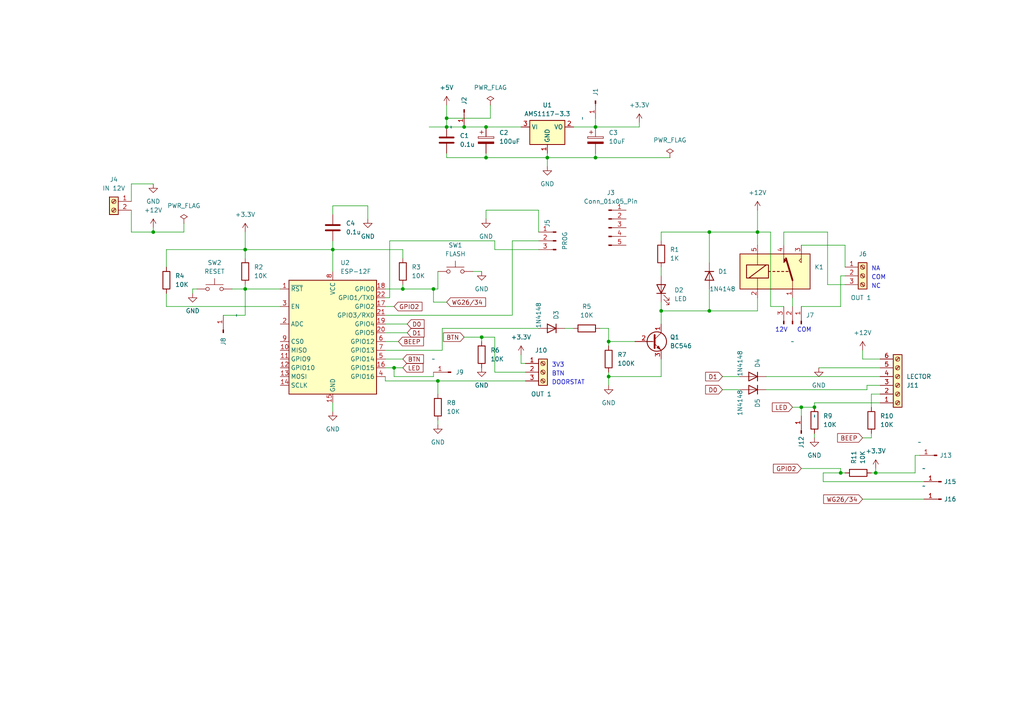
<source format=kicad_sch>
(kicad_sch (version 20230121) (generator eeschema)
  (paper "A4")
  (lib_symbols
    (symbol "Connector:Conn_01x01_Pin" (pin_names (offset 1.016) hide)
      (property "Reference" "J" (at 0 2.54 0))
      (property "Value" "Conn_01x01_Pin" (at 0 -2.54 0))
      (symbol "Conn_01x01_Pin_1_1"
        (polyline (pts (xy 1.27 0) (xy 0.8636 0)) (stroke (width 0.1524)))
        (rectangle (start 0.8636 0.127) (end 0 -0.127) (stroke (width 0.1524)) (fill (type outline)))
        (pin passive line (at 5.08 0 180) (length 3.81) (name "Pin_1") (number "1"))
      )
    )
    (symbol "Connector:Conn_01x03_Pin" (pin_names (offset 1.016) hide)
      (property "Reference" "J" (at 0 5.08 0))
      (property "Value" "Conn_01x03_Pin" (at 0 -5.08 0))
      (symbol "Conn_01x03_Pin_1_1"
        (polyline (pts (xy 1.27 -2.54) (xy 0.8636 -2.54)) (stroke (width 0.1524)))
        (polyline (pts (xy 1.27 0) (xy 0.8636 0)) (stroke (width 0.1524)))
        (polyline (pts (xy 1.27 2.54) (xy 0.8636 2.54)) (stroke (width 0.1524)))
        (rectangle (start 0.8636 -2.413) (end 0 -2.667) (stroke (width 0.1524)) (fill (type outline)))
        (rectangle (start 0.8636 0.127) (end 0 -0.127) (stroke (width 0.1524)) (fill (type outline)))
        (rectangle (start 0.8636 2.667) (end 0 2.413) (stroke (width 0.1524)) (fill (type outline)))
        (pin passive line (at 5.08 2.54 180) (length 3.81) (name "Pin_1") (number "1"))
        (pin passive line (at 5.08 0 180) (length 3.81) (name "Pin_2") (number "2"))
        (pin passive line (at 5.08 -2.54 180) (length 3.81) (name "Pin_3") (number "3"))
      )
    )
    (symbol "Connector:Conn_01x05_Pin" (pin_names (offset 1.016) hide)
      (property "Reference" "J" (at 0 7.62 0))
      (property "Value" "Conn_01x05_Pin" (at 0 -7.62 0))
      (symbol "Conn_01x05_Pin_1_1"
        (polyline (pts (xy 1.27 -5.08) (xy 0.8636 -5.08)) (stroke (width 0.1524)))
        (polyline (pts (xy 1.27 -2.54) (xy 0.8636 -2.54)) (stroke (width 0.1524)))
        (polyline (pts (xy 1.27 0) (xy 0.8636 0)) (stroke (width 0.1524)))
        (polyline (pts (xy 1.27 2.54) (xy 0.8636 2.54)) (stroke (width 0.1524)))
        (polyline (pts (xy 1.27 5.08) (xy 0.8636 5.08)) (stroke (width 0.1524)))
        (rectangle (start 0.8636 -4.953) (end 0 -5.207) (stroke (width 0.1524)) (fill (type outline)))
        (rectangle (start 0.8636 -2.413) (end 0 -2.667) (stroke (width 0.1524)) (fill (type outline)))
        (rectangle (start 0.8636 0.127) (end 0 -0.127) (stroke (width 0.1524)) (fill (type outline)))
        (rectangle (start 0.8636 2.667) (end 0 2.413) (stroke (width 0.1524)) (fill (type outline)))
        (rectangle (start 0.8636 5.207) (end 0 4.953) (stroke (width 0.1524)) (fill (type outline)))
        (pin passive line (at 5.08 5.08 180) (length 3.81) (name "Pin_1") (number "1"))
        (pin passive line (at 5.08 2.54 180) (length 3.81) (name "Pin_2") (number "2"))
        (pin passive line (at 5.08 0 180) (length 3.81) (name "Pin_3") (number "3"))
        (pin passive line (at 5.08 -2.54 180) (length 3.81) (name "Pin_4") (number "4"))
        (pin passive line (at 5.08 -5.08 180) (length 3.81) (name "Pin_5") (number "5"))
      )
    )
    (symbol "Connector:Screw_Terminal_01x02" (pin_names (offset 1.016) hide)
      (property "Reference" "J" (at 0 2.54 0))
      (property "Value" "Screw_Terminal_01x02" (at 0 -5.08 0))
      (symbol "Screw_Terminal_01x02_1_1"
        (rectangle (start -1.27 1.27) (end 1.27 -3.81) (stroke (width 0.254)) (fill (type background)))
        (circle (center 0 -2.54) (radius 0.635) (stroke (width 0.1524)))
        (polyline (pts (xy -0.5334 -2.2098) (xy 0.3302 -3.048)) (stroke (width 0.1524)))
        (polyline (pts (xy -0.5334 0.3302) (xy 0.3302 -0.508)) (stroke (width 0.1524)))
        (polyline (pts (xy -0.3556 -2.032) (xy 0.508 -2.8702)) (stroke (width 0.1524)))
        (polyline (pts (xy -0.3556 0.508) (xy 0.508 -0.3302)) (stroke (width 0.1524)))
        (circle (center 0 0) (radius 0.635) (stroke (width 0.1524)))
        (pin passive line (at -5.08 0 0) (length 3.81) (name "Pin_1") (number "1"))
        (pin passive line (at -5.08 -2.54 0) (length 3.81) (name "Pin_2") (number "2"))
      )
    )
    (symbol "Connector:Screw_Terminal_01x03" (pin_names (offset 1.016) hide)
      (property "Reference" "J" (at 0 5.08 0))
      (property "Value" "Screw_Terminal_01x03" (at 0 -5.08 0))
      (symbol "Screw_Terminal_01x03_1_1"
        (rectangle (start -1.27 3.81) (end 1.27 -3.81) (stroke (width 0.254)) (fill (type background)))
        (circle (center 0 -2.54) (radius 0.635) (stroke (width 0.1524)))
        (polyline (pts (xy -0.5334 -2.2098) (xy 0.3302 -3.048)) (stroke (width 0.1524)))
        (polyline (pts (xy -0.5334 0.3302) (xy 0.3302 -0.508)) (stroke (width 0.1524)))
        (polyline (pts (xy -0.5334 2.8702) (xy 0.3302 2.032)) (stroke (width 0.1524)))
        (polyline (pts (xy -0.3556 -2.032) (xy 0.508 -2.8702)) (stroke (width 0.1524)))
        (polyline (pts (xy -0.3556 0.508) (xy 0.508 -0.3302)) (stroke (width 0.1524)))
        (polyline (pts (xy -0.3556 3.048) (xy 0.508 2.2098)) (stroke (width 0.1524)))
        (circle (center 0 0) (radius 0.635) (stroke (width 0.1524)))
        (circle (center 0 2.54) (radius 0.635) (stroke (width 0.1524)))
        (pin passive line (at -5.08 2.54 0) (length 3.81) (name "Pin_1") (number "1"))
        (pin passive line (at -5.08 0 0) (length 3.81) (name "Pin_2") (number "2"))
        (pin passive line (at -5.08 -2.54 0) (length 3.81) (name "Pin_3") (number "3"))
      )
    )
    (symbol "Connector:Screw_Terminal_01x06" (pin_names (offset 1.016) hide)
      (property "Reference" "J" (at 0 7.62 0))
      (property "Value" "Screw_Terminal_01x06" (at 0 -10.16 0))
      (symbol "Screw_Terminal_01x06_1_1"
        (rectangle (start -1.27 6.35) (end 1.27 -8.89) (stroke (width 0.254)) (fill (type background)))
        (circle (center 0 -7.62) (radius 0.635) (stroke (width 0.1524)))
        (circle (center 0 -5.08) (radius 0.635) (stroke (width 0.1524)))
        (circle (center 0 -2.54) (radius 0.635) (stroke (width 0.1524)))
        (polyline (pts (xy -0.5334 -7.2898) (xy 0.3302 -8.128)) (stroke (width 0.1524)))
        (polyline (pts (xy -0.5334 -4.7498) (xy 0.3302 -5.588)) (stroke (width 0.1524)))
        (polyline (pts (xy -0.5334 -2.2098) (xy 0.3302 -3.048)) (stroke (width 0.1524)))
        (polyline (pts (xy -0.5334 0.3302) (xy 0.3302 -0.508)) (stroke (width 0.1524)))
        (polyline (pts (xy -0.5334 2.8702) (xy 0.3302 2.032)) (stroke (width 0.1524)))
        (polyline (pts (xy -0.5334 5.4102) (xy 0.3302 4.572)) (stroke (width 0.1524)))
        (polyline (pts (xy -0.3556 -7.112) (xy 0.508 -7.9502)) (stroke (width 0.1524)))
        (polyline (pts (xy -0.3556 -4.572) (xy 0.508 -5.4102)) (stroke (width 0.1524)))
        (polyline (pts (xy -0.3556 -2.032) (xy 0.508 -2.8702)) (stroke (width 0.1524)))
        (polyline (pts (xy -0.3556 0.508) (xy 0.508 -0.3302)) (stroke (width 0.1524)))
        (polyline (pts (xy -0.3556 3.048) (xy 0.508 2.2098)) (stroke (width 0.1524)))
        (polyline (pts (xy -0.3556 5.588) (xy 0.508 4.7498)) (stroke (width 0.1524)))
        (circle (center 0 0) (radius 0.635) (stroke (width 0.1524)))
        (circle (center 0 2.54) (radius 0.635) (stroke (width 0.1524)))
        (circle (center 0 5.08) (radius 0.635) (stroke (width 0.1524)))
        (pin passive line (at -5.08 5.08 0) (length 3.81) (name "Pin_1") (number "1"))
        (pin passive line (at -5.08 2.54 0) (length 3.81) (name "Pin_2") (number "2"))
        (pin passive line (at -5.08 0 0) (length 3.81) (name "Pin_3") (number "3"))
        (pin passive line (at -5.08 -2.54 0) (length 3.81) (name "Pin_4") (number "4"))
        (pin passive line (at -5.08 -5.08 0) (length 3.81) (name "Pin_5") (number "5"))
        (pin passive line (at -5.08 -7.62 0) (length 3.81) (name "Pin_6") (number "6"))
      )
    )
    (symbol "Device:C" (pin_numbers hide) (pin_names (offset 0.254))
      (property "Reference" "C" (at 0.635 2.54 0))
      (property "Value" "C" (at 0.635 -2.54 0))
      (symbol "C_0_1"
        (polyline (pts (xy -2.032 -0.762) (xy 2.032 -0.762)) (stroke (width 0.508)))
        (polyline (pts (xy -2.032 0.762) (xy 2.032 0.762)) (stroke (width 0.508)))
      )
      (symbol "C_1_1"
        (pin passive line (at 0 3.81 270) (length 2.794) (name "~") (number "1"))
        (pin passive line (at 0 -3.81 90) (length 2.794) (name "~") (number "2"))
      )
    )
    (symbol "Device:C_Polarized" (pin_numbers hide) (pin_names (offset 0.254))
      (property "Reference" "C" (at 0.635 2.54 0))
      (property "Value" "C_Polarized" (at 0.635 -2.54 0))
      (symbol "C_Polarized_0_1"
        (rectangle (start -2.286 0.508) (end 2.286 1.016))
        (polyline (pts (xy -1.778 2.286) (xy -0.762 2.286)))
        (polyline (pts (xy -1.27 2.794) (xy -1.27 1.778)))
        (rectangle (start 2.286 -0.508) (end -2.286 -1.016) (fill (type outline)))
      )
      (symbol "C_Polarized_1_1"
        (pin passive line (at 0 3.81 270) (length 2.794) (name "~") (number "1"))
        (pin passive line (at 0 -3.81 90) (length 2.794) (name "~") (number "2"))
      )
    )
    (symbol "Device:LED" (pin_numbers hide) (pin_names (offset 1.016) hide)
      (property "Reference" "D" (at 0 2.54 0))
      (property "Value" "LED" (at 0 -2.54 0))
      (symbol "LED_0_1"
        (polyline (pts (xy -1.27 -1.27) (xy -1.27 1.27)) (stroke (width 0.254)))
        (polyline (pts (xy -1.27 0) (xy 1.27 0)))
        (polyline (pts (xy 1.27 -1.27) (xy 1.27 1.27) (xy -1.27 0) (xy 1.27 -1.27)) (stroke (width 0.254)))
        (polyline (pts (xy -3.048 -0.762) (xy -4.572 -2.286) (xy -3.81 -2.286) (xy -4.572 -2.286) (xy -4.572 -1.524)))
        (polyline (pts (xy -1.778 -0.762) (xy -3.302 -2.286) (xy -2.54 -2.286) (xy -3.302 -2.286) (xy -3.302 -1.524)))
      )
      (symbol "LED_1_1"
        (pin passive line (at -3.81 0 0) (length 2.54) (name "K") (number "1"))
        (pin passive line (at 3.81 0 180) (length 2.54) (name "A") (number "2"))
      )
    )
    (symbol "Device:R" (pin_numbers hide) (pin_names (offset 0))
      (property "Reference" "R" (at 2.032 0 90))
      (property "Value" "R" (at 0 0 90))
      (symbol "R_0_1"
        (rectangle (start -1.016 -2.54) (end 1.016 2.54) (stroke (width 0.254)))
      )
      (symbol "R_1_1"
        (pin passive line (at 0 3.81 270) (length 1.27) (name "~") (number "1"))
        (pin passive line (at 0 -3.81 90) (length 1.27) (name "~") (number "2"))
      )
    )
    (symbol "Diode:1N4148" (pin_numbers hide) (pin_names hide)
      (property "Reference" "D" (at 0 2.54 0))
      (property "Value" "1N4148" (at 0 -2.54 0))
      (symbol "1N4148_0_1"
        (polyline (pts (xy -1.27 1.27) (xy -1.27 -1.27)) (stroke (width 0.254)))
        (polyline (pts (xy 1.27 0) (xy -1.27 0)))
        (polyline (pts (xy 1.27 1.27) (xy 1.27 -1.27) (xy -1.27 0) (xy 1.27 1.27)) (stroke (width 0.254)))
      )
      (symbol "1N4148_1_1"
        (pin passive line (at -3.81 0 0) (length 2.54) (name "K") (number "1"))
        (pin passive line (at 3.81 0 180) (length 2.54) (name "A") (number "2"))
      )
    )
    (symbol "RF_Module:ESP-12F"
      (property "Reference" "U" (at -12.7 19.05 0))
      (property "Value" "ESP-12F" (at 12.7 19.05 0))
      (symbol "ESP-12F_0_1"
        (rectangle (start -12.7 17.78) (end 12.7 -15.24) (stroke (width 0.254)) (fill (type background)))
      )
      (symbol "ESP-12F_1_1"
        (pin input line (at -15.24 15.24 0) (length 2.54) (name "~{RST}") (number "1"))
        (pin bidirectional line (at -15.24 -2.54 0) (length 2.54) (name "MISO") (number "10"))
        (pin bidirectional line (at -15.24 -5.08 0) (length 2.54) (name "GPIO9") (number "11"))
        (pin bidirectional line (at -15.24 -7.62 0) (length 2.54) (name "GPIO10") (number "12"))
        (pin bidirectional line (at -15.24 -10.16 0) (length 2.54) (name "MOSI") (number "13"))
        (pin bidirectional line (at -15.24 -12.7 0) (length 2.54) (name "SCLK") (number "14"))
        (pin power_in line (at 0 -17.78 90) (length 2.54) (name "GND") (number "15"))
        (pin bidirectional line (at 15.24 -7.62 180) (length 2.54) (name "GPIO15") (number "16"))
        (pin bidirectional line (at 15.24 10.16 180) (length 2.54) (name "GPIO2") (number "17"))
        (pin bidirectional line (at 15.24 15.24 180) (length 2.54) (name "GPIO0") (number "18"))
        (pin bidirectional line (at 15.24 5.08 180) (length 2.54) (name "GPIO4") (number "19"))
        (pin input line (at -15.24 5.08 0) (length 2.54) (name "ADC") (number "2"))
        (pin bidirectional line (at 15.24 2.54 180) (length 2.54) (name "GPIO5") (number "20"))
        (pin bidirectional line (at 15.24 7.62 180) (length 2.54) (name "GPIO3/RXD") (number "21"))
        (pin bidirectional line (at 15.24 12.7 180) (length 2.54) (name "GPIO1/TXD") (number "22"))
        (pin input line (at -15.24 10.16 0) (length 2.54) (name "EN") (number "3"))
        (pin bidirectional line (at 15.24 -10.16 180) (length 2.54) (name "GPIO16") (number "4"))
        (pin bidirectional line (at 15.24 -5.08 180) (length 2.54) (name "GPIO14") (number "5"))
        (pin bidirectional line (at 15.24 0 180) (length 2.54) (name "GPIO12") (number "6"))
        (pin bidirectional line (at 15.24 -2.54 180) (length 2.54) (name "GPIO13") (number "7"))
        (pin power_in line (at 0 20.32 270) (length 2.54) (name "VCC") (number "8"))
        (pin input line (at -15.24 0 0) (length 2.54) (name "CS0") (number "9"))
      )
    )
    (symbol "Regulator_Linear:AMS1117-3.3"
      (property "Reference" "U" (at -3.81 3.175 0))
      (property "Value" "AMS1117-3.3" (at 0 3.175 0))
      (symbol "AMS1117-3.3_0_1"
        (rectangle (start -5.08 -5.08) (end 5.08 1.905) (stroke (width 0.254)) (fill (type background)))
      )
      (symbol "AMS1117-3.3_1_1"
        (pin power_in line (at 0 -7.62 90) (length 2.54) (name "GND") (number "1"))
        (pin power_out line (at 7.62 0 180) (length 2.54) (name "VO") (number "2"))
        (pin power_in line (at -7.62 0 0) (length 2.54) (name "VI") (number "3"))
      )
    )
    (symbol "Relay:SANYOU_SRD_Form_C"
      (property "Reference" "K" (at 11.43 3.81 0))
      (property "Value" "SANYOU_SRD_Form_C" (at 11.43 1.27 0))
      (symbol "SANYOU_SRD_Form_C_0_0"
        (polyline (pts (xy 7.62 5.08) (xy 7.62 2.54) (xy 6.985 3.175) (xy 7.62 3.81)))
      )
      (symbol "SANYOU_SRD_Form_C_0_1"
        (rectangle (start -10.16 5.08) (end 10.16 -5.08) (stroke (width 0.254)) (fill (type background)))
        (rectangle (start -8.255 1.905) (end -1.905 -1.905) (stroke (width 0.254)))
        (polyline (pts (xy -7.62 -1.905) (xy -2.54 1.905)) (stroke (width 0.254)))
        (polyline (pts (xy -5.08 -5.08) (xy -5.08 -1.905)))
        (polyline (pts (xy -5.08 5.08) (xy -5.08 1.905)))
        (polyline (pts (xy -1.905 0) (xy -1.27 0)) (stroke (width 0.254)))
        (polyline (pts (xy -0.635 0) (xy 0 0)) (stroke (width 0.254)))
        (polyline (pts (xy 0.635 0) (xy 1.27 0)) (stroke (width 0.254)))
        (polyline (pts (xy 1.905 0) (xy 2.54 0)) (stroke (width 0.254)))
        (polyline (pts (xy 3.175 0) (xy 3.81 0)) (stroke (width 0.254)))
        (polyline (pts (xy 5.08 -2.54) (xy 3.175 3.81)) (stroke (width 0.508)))
        (polyline (pts (xy 5.08 -2.54) (xy 5.08 -5.08)))
      )
      (symbol "SANYOU_SRD_Form_C_1_1"
        (polyline (pts (xy 2.54 3.81) (xy 3.175 3.175) (xy 2.54 2.54) (xy 2.54 5.08)) (fill (type outline)))
        (pin passive line (at 5.08 -7.62 90) (length 2.54) (name "~") (number "1"))
        (pin passive line (at -5.08 -7.62 90) (length 2.54) (name "~") (number "2"))
        (pin passive line (at 7.62 7.62 270) (length 2.54) (name "~") (number "3"))
        (pin passive line (at 2.54 7.62 270) (length 2.54) (name "~") (number "4"))
        (pin passive line (at -5.08 7.62 270) (length 2.54) (name "~") (number "5"))
      )
    )
    (symbol "Switch:SW_Omron_B3FS" (pin_numbers hide) (pin_names (offset 1.016) hide)
      (property "Reference" "SW" (at 1.27 2.54 0))
      (property "Value" "SW_Omron_B3FS" (at 0 -1.524 0))
      (symbol "SW_Omron_B3FS_0_1"
        (circle (center -2.032 0) (radius 0.508))
        (polyline (pts (xy 0 1.27) (xy 0 3.048)))
        (polyline (pts (xy 2.54 1.27) (xy -2.54 1.27)))
        (circle (center 2.032 0) (radius 0.508))
        (pin passive line (at -5.08 0 0) (length 2.54) (name "1") (number "1"))
        (pin passive line (at 5.08 0 180) (length 2.54) (name "2") (number "2"))
      )
    )
    (symbol "Transistor_BJT:BC546" (pin_names (offset 0) hide)
      (property "Reference" "Q" (at 5.08 1.905 0))
      (property "Value" "BC546" (at 5.08 0 0))
      (symbol "BC546_0_1"
        (polyline (pts (xy 0 0) (xy 0.635 0)))
        (polyline (pts (xy 0.635 0.635) (xy 2.54 2.54)))
        (polyline (pts (xy 0.635 -0.635) (xy 2.54 -2.54) (xy 2.54 -2.54)))
        (polyline (pts (xy 0.635 1.905) (xy 0.635 -1.905) (xy 0.635 -1.905)) (stroke (width 0.508)))
        (polyline (pts (xy 1.27 -1.778) (xy 1.778 -1.27) (xy 2.286 -2.286) (xy 1.27 -1.778) (xy 1.27 -1.778)) (fill (type outline)))
        (circle (center 1.27 0) (radius 2.8194) (stroke (width 0.254)))
      )
      (symbol "BC546_1_1"
        (pin passive line (at 2.54 5.08 270) (length 2.54) (name "C") (number "1"))
        (pin input line (at -5.08 0 0) (length 5.08) (name "B") (number "2"))
        (pin passive line (at 2.54 -5.08 90) (length 2.54) (name "E") (number "3"))
      )
    )
    (symbol "power:+12V" (power) (pin_names (offset 0))
      (property "Value" "+12V" (at 0 3.556 0))
      (symbol "+12V_0_1"
        (polyline (pts (xy -0.762 1.27) (xy 0 2.54)))
        (polyline (pts (xy 0 0) (xy 0 2.54)))
        (polyline (pts (xy 0 2.54) (xy 0.762 1.27)))
      )
      (symbol "+12V_1_1"
        (pin power_in line (at 0 0 90) (length 0) hide (name "+12V") (number "1"))
      )
    )
    (symbol "power:+3.3V" (power) (pin_names (offset 0))
      (property "Value" "+3.3V" (at 0 3.556 0))
      (symbol "+3.3V_0_1"
        (polyline (pts (xy -0.762 1.27) (xy 0 2.54)))
        (polyline (pts (xy 0 0) (xy 0 2.54)))
        (polyline (pts (xy 0 2.54) (xy 0.762 1.27)))
      )
      (symbol "+3.3V_1_1"
        (pin power_in line (at 0 0 90) (length 0) hide (name "+3.3V") (number "1"))
      )
    )
    (symbol "power:+5V" (power) (pin_names (offset 0))
      (property "Value" "+5V" (at 0 3.556 0))
      (symbol "+5V_0_1"
        (polyline (pts (xy -0.762 1.27) (xy 0 2.54)))
        (polyline (pts (xy 0 0) (xy 0 2.54)))
        (polyline (pts (xy 0 2.54) (xy 0.762 1.27)))
      )
      (symbol "+5V_1_1"
        (pin power_in line (at 0 0 90) (length 0) hide (name "+5V") (number "1"))
      )
    )
    (symbol "power:GND" (power) (pin_names (offset 0))
      (property "Value" "GND" (at 0 -3.81 0))
      (symbol "GND_0_1"
        (polyline (pts (xy 0 0) (xy 0 -1.27) (xy 1.27 -1.27) (xy 0 -2.54) (xy -1.27 -1.27) (xy 0 -1.27)))
      )
      (symbol "GND_1_1"
        (pin power_in line (at 0 0 270) (length 0) hide (name "GND") (number "1"))
      )
    )
    (symbol "power:PWR_FLAG" (power) (pin_numbers hide) (pin_names (offset 0) hide)
      (property "Value" "PWR_FLAG" (at 0 3.81 0))
      (symbol "PWR_FLAG_0_0"
        (pin power_out line (at 0 0 90) (length 0) (name "pwr") (number "1"))
      )
      (symbol "PWR_FLAG_0_1"
        (polyline (pts (xy 0 0) (xy 0 1.27) (xy -1.016 1.905) (xy 0 2.54) (xy 1.016 1.905) (xy 0 1.27)))
      )
    )
  )
  (junction (at 140.97 36.83))
  (junction (at 158.75 45.72))
  (junction (at 172.72 45.72))
  (junction (at 205.74 67.31))
  (junction (at 139.7 97.79))
  (junction (at 44.45 67.31))
  (junction (at 96.52 72.39))
  (junction (at 127 110.49))
  (junction (at 232.41 118.11))
  (junction (at 116.84 83.82))
  (junction (at 219.71 67.31))
  (junction (at 176.53 99.06))
  (junction (at 71.12 83.82))
  (junction (at 205.74 90.17))
  (junction (at 243.84 137.16))
  (junction (at 172.72 36.83))
  (junction (at 176.53 109.22))
  (junction (at 129.54 36.83))
  (junction (at 254 137.16))
  (junction (at 140.97 45.72))
  (junction (at 71.12 72.39))
  (junction (at 236.22 118.11))
  (junction (at 114.3 106.68))
  (junction (at 191.77 90.17))
  (junction (at 134.62 36.83))
  (junction (at 125.73 83.82))
  (junction (at 129.54 34.29))
  (wire (pts (xy 124.46 36.83) (xy 129.54 36.83)))
  (wire (pts (xy 96.52 116.84) (xy 96.52 119.38)))
  (wire (pts (xy 96.52 69.85) (xy 96.52 72.39)))
  (wire (pts (xy 172.72 44.45) (xy 172.72 45.72)))
  (wire (pts (xy 219.71 86.36) (xy 219.71 90.17)))
  (wire (pts (xy 250.19 104.14) (xy 255.27 104.14)))
  (wire (pts (xy 71.12 91.44) (xy 71.12 83.82)))
  (wire (pts (xy 245.11 137.16) (xy 243.84 137.16)))
  (wire (pts (xy 266.7 132.08) (xy 265.43 132.08)))
  (wire (pts (xy 245.11 82.55) (xy 240.03 82.55)))
  (wire (pts (xy 252.73 125.73) (xy 252.73 127)))
  (wire (pts (xy 48.26 72.39) (xy 71.12 72.39)))
  (wire (pts (xy 143.51 72.39) (xy 156.21 72.39)))
  (wire (pts (xy 111.76 88.9) (xy 114.3 88.9)))
  (wire (pts (xy 176.53 107.95) (xy 176.53 109.22)))
  (wire (pts (xy 250.19 101.6) (xy 250.19 104.14)))
  (wire (pts (xy 111.76 99.06) (xy 115.57 99.06)))
  (wire (pts (xy 176.53 100.33) (xy 176.53 99.06)))
  (wire (pts (xy 48.26 88.9) (xy 81.28 88.9)))
  (wire (pts (xy 152.4 107.95) (xy 143.51 107.95)))
  (wire (pts (xy 227.33 71.12) (xy 227.33 67.31)))
  (wire (pts (xy 106.68 59.69) (xy 106.68 63.5)))
  (wire (pts (xy 151.13 102.87) (xy 151.13 105.41)))
  (wire (pts (xy 129.54 44.45) (xy 129.54 45.72)))
  (wire (pts (xy 191.77 109.22) (xy 176.53 109.22)))
  (wire (pts (xy 237.49 106.68) (xy 255.27 106.68)))
  (wire (pts (xy 125.73 109.22) (xy 114.3 109.22)))
  (wire (pts (xy 223.52 67.31) (xy 219.71 67.31)))
  (wire (pts (xy 111.76 83.82) (xy 116.84 83.82)))
  (wire (pts (xy 172.72 45.72) (xy 194.31 45.72)))
  (wire (pts (xy 67.31 83.82) (xy 71.12 83.82)))
  (wire (pts (xy 191.77 67.31) (xy 205.74 67.31)))
  (wire (pts (xy 238.76 139.7) (xy 267.97 139.7)))
  (wire (pts (xy 172.72 34.29) (xy 172.72 36.83)))
  (wire (pts (xy 254 135.89) (xy 254 137.16)))
  (wire (pts (xy 127 83.82) (xy 125.73 83.82)))
  (wire (pts (xy 114.3 109.22) (xy 114.3 106.68)))
  (wire (pts (xy 96.52 59.69) (xy 106.68 59.69)))
  (wire (pts (xy 139.7 97.79) (xy 143.51 97.79)))
  (wire (pts (xy 229.87 86.36) (xy 229.87 88.9)))
  (wire (pts (xy 185.42 36.83) (xy 172.72 36.83)))
  (wire (pts (xy 245.11 77.47) (xy 245.11 71.12)))
  (wire (pts (xy 191.77 69.85) (xy 191.77 67.31)))
  (wire (pts (xy 166.37 36.83) (xy 172.72 36.83)))
  (wire (pts (xy 111.76 104.14) (xy 116.84 104.14)))
  (wire (pts (xy 205.74 76.2) (xy 205.74 67.31)))
  (wire (pts (xy 44.45 66.04) (xy 44.45 67.31)))
  (wire (pts (xy 143.51 69.85) (xy 143.51 72.39)))
  (wire (pts (xy 191.77 90.17) (xy 205.74 90.17)))
  (wire (pts (xy 222.25 109.22) (xy 255.27 109.22)))
  (wire (pts (xy 191.77 87.63) (xy 191.77 90.17)))
  (wire (pts (xy 55.88 83.82) (xy 57.15 83.82)))
  (wire (pts (xy 71.12 72.39) (xy 71.12 74.93)))
  (wire (pts (xy 243.84 80.01) (xy 245.11 80.01)))
  (wire (pts (xy 238.76 137.16) (xy 238.76 139.7)))
  (wire (pts (xy 111.76 110.49) (xy 111.76 109.22)))
  (wire (pts (xy 128.27 101.6) (xy 128.27 95.25)))
  (wire (pts (xy 111.76 96.52) (xy 118.11 96.52)))
  (wire (pts (xy 219.71 60.96) (xy 219.71 67.31)))
  (wire (pts (xy 236.22 116.84) (xy 236.22 118.11)))
  (wire (pts (xy 128.27 95.25) (xy 156.21 95.25)))
  (wire (pts (xy 71.12 67.31) (xy 71.12 72.39)))
  (wire (pts (xy 236.22 125.73) (xy 236.22 127)))
  (wire (pts (xy 129.54 45.72) (xy 140.97 45.72)))
  (wire (pts (xy 251.46 113.03) (xy 251.46 111.76)))
  (wire (pts (xy 48.26 77.47) (xy 48.26 72.39)))
  (wire (pts (xy 243.84 135.89) (xy 243.84 137.16)))
  (wire (pts (xy 240.03 82.55) (xy 240.03 67.31)))
  (wire (pts (xy 142.24 30.48) (xy 142.24 34.29)))
  (wire (pts (xy 140.97 60.96) (xy 156.21 60.96)))
  (wire (pts (xy 48.26 85.09) (xy 48.26 88.9)))
  (wire (pts (xy 113.03 69.85) (xy 143.51 69.85)))
  (wire (pts (xy 111.76 93.98) (xy 118.11 93.98)))
  (wire (pts (xy 191.77 93.98) (xy 191.77 90.17)))
  (wire (pts (xy 140.97 36.83) (xy 151.13 36.83)))
  (wire (pts (xy 137.16 78.74) (xy 139.7 78.74)))
  (wire (pts (xy 232.41 118.11) (xy 232.41 120.65)))
  (wire (pts (xy 127 121.92) (xy 127 123.19)))
  (wire (pts (xy 113.03 69.85) (xy 113.03 86.36)))
  (wire (pts (xy 116.84 72.39) (xy 116.84 74.93)))
  (wire (pts (xy 151.13 105.41) (xy 152.4 105.41)))
  (wire (pts (xy 140.97 45.72) (xy 158.75 45.72)))
  (wire (pts (xy 142.24 34.29) (xy 129.54 34.29)))
  (wire (pts (xy 129.54 36.83) (xy 134.62 36.83)))
  (wire (pts (xy 129.54 87.63) (xy 125.73 87.63)))
  (wire (pts (xy 127 110.49) (xy 127 114.3)))
  (wire (pts (xy 140.97 63.5) (xy 140.97 60.96)))
  (wire (pts (xy 265.43 132.08) (xy 265.43 137.16)))
  (wire (pts (xy 158.75 45.72) (xy 158.75 48.26)))
  (wire (pts (xy 191.77 104.14) (xy 191.77 109.22)))
  (wire (pts (xy 223.52 88.9) (xy 223.52 67.31)))
  (wire (pts (xy 148.59 69.85) (xy 156.21 69.85)))
  (wire (pts (xy 71.12 83.82) (xy 81.28 83.82)))
  (wire (pts (xy 238.76 137.16) (xy 243.84 137.16)))
  (wire (pts (xy 232.41 135.89) (xy 243.84 135.89)))
  (wire (pts (xy 251.46 111.76) (xy 255.27 111.76)))
  (wire (pts (xy 158.75 44.45) (xy 158.75 45.72)))
  (wire (pts (xy 252.73 127) (xy 250.19 127)))
  (wire (pts (xy 64.77 91.44) (xy 71.12 91.44)))
  (wire (pts (xy 96.52 62.23) (xy 96.52 59.69)))
  (wire (pts (xy 111.76 110.49) (xy 127 110.49)))
  (wire (pts (xy 53.34 67.31) (xy 44.45 67.31)))
  (wire (pts (xy 222.25 113.03) (xy 251.46 113.03)))
  (wire (pts (xy 111.76 101.6) (xy 128.27 101.6)))
  (wire (pts (xy 172.72 45.72) (xy 158.75 45.72)))
  (wire (pts (xy 127 110.49) (xy 152.4 110.49)))
  (wire (pts (xy 232.41 118.11) (xy 236.22 118.11)))
  (wire (pts (xy 114.3 106.68) (xy 116.84 106.68)))
  (wire (pts (xy 243.84 80.01) (xy 243.84 88.9)))
  (wire (pts (xy 205.74 90.17) (xy 219.71 90.17)))
  (wire (pts (xy 176.53 109.22) (xy 176.53 111.76)))
  (wire (pts (xy 38.1 67.31) (xy 44.45 67.31)))
  (wire (pts (xy 254 137.16) (xy 265.43 137.16)))
  (wire (pts (xy 53.34 64.77) (xy 53.34 67.31)))
  (wire (pts (xy 148.59 69.85) (xy 148.59 91.44)))
  (wire (pts (xy 116.84 82.55) (xy 116.84 83.82)))
  (wire (pts (xy 71.12 72.39) (xy 96.52 72.39)))
  (wire (pts (xy 55.88 85.09) (xy 55.88 83.82)))
  (wire (pts (xy 250.19 144.78) (xy 267.97 144.78)))
  (wire (pts (xy 127 78.74) (xy 127 83.82)))
  (wire (pts (xy 185.42 35.56) (xy 185.42 36.83)))
  (wire (pts (xy 129.54 30.48) (xy 129.54 34.29)))
  (wire (pts (xy 219.71 67.31) (xy 219.71 71.12)))
  (wire (pts (xy 125.73 87.63) (xy 125.73 83.82)))
  (wire (pts (xy 252.73 114.3) (xy 255.27 114.3)))
  (wire (pts (xy 111.76 86.36) (xy 113.03 86.36)))
  (wire (pts (xy 209.55 113.03) (xy 214.63 113.03)))
  (wire (pts (xy 176.53 99.06) (xy 184.15 99.06)))
  (wire (pts (xy 134.62 36.83) (xy 140.97 36.83)))
  (wire (pts (xy 227.33 88.9) (xy 223.52 88.9)))
  (wire (pts (xy 140.97 44.45) (xy 140.97 45.72)))
  (wire (pts (xy 111.76 91.44) (xy 148.59 91.44)))
  (wire (pts (xy 229.87 118.11) (xy 232.41 118.11)))
  (wire (pts (xy 96.52 72.39) (xy 116.84 72.39)))
  (wire (pts (xy 205.74 67.31) (xy 219.71 67.31)))
  (wire (pts (xy 134.62 97.79) (xy 139.7 97.79)))
  (wire (pts (xy 252.73 118.11) (xy 252.73 114.3)))
  (wire (pts (xy 71.12 83.82) (xy 71.12 82.55)))
  (wire (pts (xy 125.73 83.82) (xy 116.84 83.82)))
  (wire (pts (xy 205.74 83.82) (xy 205.74 90.17)))
  (wire (pts (xy 232.41 71.12) (xy 245.11 71.12)))
  (wire (pts (xy 96.52 78.74) (xy 96.52 72.39)))
  (wire (pts (xy 209.55 109.22) (xy 214.63 109.22)))
  (wire (pts (xy 232.41 88.9) (xy 243.84 88.9)))
  (wire (pts (xy 173.99 95.25) (xy 176.53 95.25)))
  (wire (pts (xy 156.21 60.96) (xy 156.21 67.31)))
  (wire (pts (xy 163.83 95.25) (xy 166.37 95.25)))
  (wire (pts (xy 139.7 99.06) (xy 139.7 97.79)))
  (wire (pts (xy 252.73 137.16) (xy 254 137.16)))
  (wire (pts (xy 38.1 53.34) (xy 44.45 53.34)))
  (wire (pts (xy 125.73 107.95) (xy 125.73 109.22)))
  (wire (pts (xy 143.51 97.79) (xy 143.51 107.95)))
  (wire (pts (xy 176.53 95.25) (xy 176.53 99.06)))
  (wire (pts (xy 255.27 116.84) (xy 236.22 116.84)))
  (wire (pts (xy 240.03 67.31) (xy 227.33 67.31)))
  (wire (pts (xy 111.76 106.68) (xy 114.3 106.68)))
  (wire (pts (xy 38.1 60.96) (xy 38.1 67.31)))
  (wire (pts (xy 129.54 34.29) (xy 129.54 36.83)))
  (wire (pts (xy 191.77 77.47) (xy 191.77 80.01)))
  (wire (pts (xy 38.1 58.42) (xy 38.1 53.34)))
  (text "NC" (at 252.73 83.82 0) (effects (font (size 1.27 1.27)) (justify left bottom)))
  (text "COM" (at 252.73 81.28 0) (effects (font (size 1.27 1.27)) (justify left bottom)))
  (text "3V3" (at 160.02 106.68 0) (effects (font (size 1.27 1.27)) (justify left bottom)))
  (text "DOORSTAT" (at 160.02 111.76 0) (effects (font (size 1.27 1.27)) (justify left bottom)))
  (text "BTN" (at 160.02 109.22 0) (effects (font (size 1.27 1.27)) (justify left bottom)))
  (text "NA" (at 252.73 78.74 0) (effects (font (size 1.27 1.27)) (justify left bottom)))
  (text "COM" (at 231.14 96.52 0) (effects (font (size 1.27 1.27)) (justify left bottom)))
  (text "12V" (at 224.79 96.52 0) (effects (font (size 1.27 1.27)) (justify left bottom)))
  (global_label "WG26{slash}34" (shape input) (at 129.54 87.63 0) (property "Intersheetrefs" "${INTERSHEET_REFS}" (effects hide)))
  (global_label "D1" (shape input) (at 118.11 96.52 0) (property "Intersheetrefs" "${INTERSHEET_REFS}" (effects hide)))
  (global_label "GPIO2" (shape input) (at 114.3 88.9 0) (property "Intersheetrefs" "${INTERSHEET_REFS}" (effects hide)))
  (global_label "BTN" (shape input) (at 116.84 104.14 0) (property "Intersheetrefs" "${INTERSHEET_REFS}" (effects hide)))
  (global_label "BEEP" (shape input) (at 115.57 99.06 0) (property "Intersheetrefs" "${INTERSHEET_REFS}" (effects hide)))
  (global_label "D0" (shape input) (at 209.55 113.03 180) (property "Intersheetrefs" "${INTERSHEET_REFS}" (effects hide)))
  (global_label "D0" (shape input) (at 118.11 93.98 0) (property "Intersheetrefs" "${INTERSHEET_REFS}" (effects hide)))
  (global_label "LED" (shape input) (at 229.87 118.11 180) (property "Intersheetrefs" "${INTERSHEET_REFS}" (effects hide)))
  (global_label "GPIO2" (shape input) (at 232.41 135.89 180) (property "Intersheetrefs" "${INTERSHEET_REFS}" (effects hide)))
  (global_label "WG26{slash}34" (shape input) (at 250.19 144.78 180) (property "Intersheetrefs" "${INTERSHEET_REFS}" (effects hide)))
  (global_label "LED" (shape input) (at 116.84 106.68 0) (property "Intersheetrefs" "${INTERSHEET_REFS}" (effects hide)))
  (global_label "BEEP" (shape input) (at 250.19 127 180) (property "Intersheetrefs" "${INTERSHEET_REFS}" (effects hide)))
  (global_label "BTN" (shape input) (at 134.62 97.79 180) (property "Intersheetrefs" "${INTERSHEET_REFS}" (effects hide)))
  (global_label "D1" (shape input) (at 209.55 109.22 180) (property "Intersheetrefs" "${INTERSHEET_REFS}" (effects hide)))
  (symbol (lib_id "power:+3.3V") (at 151.13 102.87 0) (unit 1)
    (property "Reference" "#PWR014" (effects hide))
    (property "Value" "+3.3V" (at 151.13 97.79 0))
  )
  (symbol (lib_id "Device:R") (at 71.12 78.74 0) (unit 1)
    (property "Reference" "R2" (at 73.66 77.47 0) (effects (justify left)))
    (property "Value" "10K" (at 73.66 80.01 0) (effects (justify left)))
    (property "Footprint" "Resistor_THT:R_Axial_DIN0309_L9.0mm_D3.2mm_P2.54mm_Vertical" (effects hide))
  )
  (symbol (lib_id "Diode:1N4148") (at 205.74 80.01 270) (unit 1)
    (property "Reference" "D1" (at 208.28 78.74 90) (effects (justify left)))
    (property "Value" "1N4148" (at 205.74 83.82 90) (effects (justify left)))
    (property "Footprint" "Diode_THT:D_DO-35_SOD27_P5.08mm_Vertical_KathodeUp" (effects hide))
    (property "Datasheet" "https://assets.nexperia.com/documents/data-sheet/1N4148_1N4448.pdf" (effects hide))
    (property "Sim.Device" "D" (effects hide))
    (property "Sim.Pins" "1=K 2=A" (effects hide))
  )
  (symbol (lib_id "Regulator_Linear:AMS1117-3.3") (at 158.75 36.83 0) (unit 1)
    (property "Reference" "U1" (at 158.75 30.48 0))
    (property "Value" "AMS1117-3.3" (at 158.75 33.02 0))
    (property "Footprint" "Package_TO_SOT_SMD:SOT-223-3_TabPin2" (effects hide))
    (property "Datasheet" "http://www.advanced-monolithic.com/pdf/ds1117.pdf" (effects hide))
  )
  (symbol (lib_id "Device:C") (at 129.54 40.64 0) (unit 1)
    (property "Reference" "C1" (at 133.35 39.37 0) (effects (justify left)))
    (property "Value" "0.1u" (at 133.35 41.91 0) (effects (justify left)))
    (property "Footprint" "Capacitor_THT:C_Disc_D3.0mm_W2.0mm_P2.50mm" (effects hide))
  )
  (symbol (lib_id "Diode:1N4148") (at 160.02 95.25 0) (mirror y) (unit 1)
    (property "Reference" "D3" (at 161.29 92.71 90) (effects (justify left)))
    (property "Value" "1N4148" (at 156.21 95.25 90) (effects (justify left)))
    (property "Footprint" "Diode_THT:D_DO-35_SOD27_P5.08mm_Vertical_KathodeUp" (effects hide))
    (property "Datasheet" "https://assets.nexperia.com/documents/data-sheet/1N4148_1N4448.pdf" (effects hide))
    (property "Sim.Device" "D" (effects hide))
    (property "Sim.Pins" "1=K 2=A" (effects hide))
  )
  (symbol (lib_id "power:+5V") (at 129.54 30.48 0) (unit 1)
    (property "Reference" "#PWR02" (effects hide))
    (property "Value" "+5V" (at 129.54 25.4 0))
  )
  (symbol (lib_id "Device:R") (at 127 118.11 0) (unit 1)
    (property "Reference" "R8" (at 129.54 116.84 0) (effects (justify left)))
    (property "Value" "10K" (at 129.54 119.38 0) (effects (justify left)))
    (property "Footprint" "Resistor_THT:R_Axial_DIN0207_L6.3mm_D2.5mm_P7.62mm_Horizontal" (effects hide))
  )
  (symbol (lib_id "Device:R") (at 248.92 137.16 90) (unit 1)
    (property "Reference" "R11" (at 247.65 134.62 0) (effects (justify left)))
    (property "Value" "10K" (at 250.19 134.62 0) (effects (justify left)))
    (property "Footprint" "Resistor_THT:R_Axial_DIN0207_L6.3mm_D2.5mm_P7.62mm_Horizontal" (effects hide))
  )
  (symbol (lib_id "Connector:Screw_Terminal_01x03") (at 250.19 80.01 0) (unit 1)
    (property "Reference" "J6" (at 251.46 73.66 0) (effects (justify right)))
    (property "Value" "OUT 1" (at 252.73 86.36 0) (effects (justify right)))
    (property "Footprint" "TerminalBlock_Phoenix:TerminalBlock_Phoenix_MKDS-1,5-3_1x03_P5.00mm_Horizontal" (effects hide))
  )
  (symbol (lib_id "power:GND") (at 127 123.19 0) (unit 1)
    (property "Reference" "#PWR019" (effects hide))
    (property "Value" "GND" (at 127 128.27 0))
  )
  (symbol (lib_id "Connector:Conn_01x01_Pin") (at 172.72 29.21 270) (unit 1)
    (property "Reference" "J1" (at 172.72 26.67 0))
    (property "Value" "~" (at 168.91 34.29 0))
    (property "Footprint" "Connector_PinHeader_2.54mm:PinHeader_1x01_P2.54mm_Vertical" (effects hide))
  )
  (symbol (lib_id "power:+12V") (at 219.71 60.96 0) (unit 1)
    (property "Reference" "#PWR06" (effects hide))
    (property "Value" "+12V" (at 219.71 55.88 0))
  )
  (symbol (lib_id "Connector:Conn_01x01_Pin") (at 273.05 139.7 180) (unit 1)
    (property "Reference" "J15" (at 275.59 139.7 0))
    (property "Value" "~" (at 267.97 135.89 0))
    (property "Footprint" "Connector_PinHeader_1.27mm:PinHeader_1x01_P1.27mm_Vertical" (effects hide))
  )
  (symbol (lib_id "Device:R") (at 252.73 121.92 0) (unit 1)
    (property "Reference" "R10" (at 255.27 120.65 0) (effects (justify left)))
    (property "Value" "10K" (at 255.27 123.19 0) (effects (justify left)))
    (property "Footprint" "Resistor_THT:R_Axial_DIN0207_L6.3mm_D2.5mm_P7.62mm_Horizontal" (effects hide))
  )
  (symbol (lib_id "Transistor_BJT:BC546") (at 189.23 99.06 0) (unit 1)
    (property "Reference" "Q1" (at 194.31 97.79 0) (effects (justify left)))
    (property "Value" "BC546" (at 194.31 100.33 0) (effects (justify left)))
    (property "Footprint" "Package_TO_SOT_THT:TO-92_Inline" (effects hide))
    (property "Datasheet" "https://www.onsemi.com/pub/Collateral/BC550-D.pdf" (effects hide))
  )
  (symbol (lib_id "power:GND") (at 139.7 78.74 0) (unit 1)
    (property "Reference" "#PWR011" (effects hide))
    (property "Value" "GND" (at 139.7 83.82 0))
  )
  (symbol (lib_id "power:GND") (at 158.75 48.26 0) (unit 1)
    (property "Reference" "#PWR04" (effects hide))
    (property "Value" "GND" (at 158.75 53.34 0))
  )
  (symbol (lib_id "power:GND") (at 106.68 63.5 0) (unit 1)
    (property "Reference" "#PWR07" (effects hide))
    (property "Value" "GND" (at 106.68 68.58 0))
  )
  (symbol (lib_id "power:GND") (at 139.7 106.68 0) (unit 1)
    (property "Reference" "#PWR015" (effects hide))
    (property "Value" "GND" (at 139.7 111.76 0))
  )
  (symbol (lib_id "power:GND") (at 96.52 119.38 0) (unit 1)
    (property "Reference" "#PWR018" (effects hide))
    (property "Value" "GND" (at 96.52 124.46 0))
  )
  (symbol (lib_id "power:PWR_FLAG") (at 142.24 30.48 0) (unit 1)
    (property "Reference" "#FLG01" (effects hide))
    (property "Value" "PWR_FLAG" (at 142.24 25.4 0))
  )
  (symbol (lib_id "Device:R") (at 236.22 121.92 0) (unit 1)
    (property "Reference" "R9" (at 238.76 120.65 0) (effects (justify left)))
    (property "Value" "10K" (at 238.76 123.19 0) (effects (justify left)))
    (property "Footprint" "Resistor_THT:R_Axial_DIN0207_L6.3mm_D2.5mm_P7.62mm_Horizontal" (effects hide))
  )
  (symbol (lib_id "power:+12V") (at 250.19 101.6 0) (unit 1)
    (property "Reference" "#PWR013" (effects hide))
    (property "Value" "+12V" (at 250.19 96.52 0))
  )
  (symbol (lib_id "Device:R") (at 116.84 78.74 0) (unit 1)
    (property "Reference" "R3" (at 119.38 77.47 0) (effects (justify left)))
    (property "Value" "10K" (at 119.38 80.01 0) (effects (justify left)))
    (property "Footprint" "Resistor_THT:R_Axial_DIN0207_L6.3mm_D2.5mm_P7.62mm_Horizontal" (effects hide))
  )
  (symbol (lib_id "Device:C") (at 96.52 66.04 0) (unit 1)
    (property "Reference" "C4" (at 100.33 64.77 0) (effects (justify left)))
    (property "Value" "0.1u" (at 100.33 67.31 0) (effects (justify left)))
    (property "Footprint" "Capacitor_THT:C_Disc_D3.0mm_W2.0mm_P2.50mm" (effects hide))
  )
  (symbol (lib_id "RF_Module:ESP-12F") (at 96.52 99.06 0) (unit 1)
    (property "Reference" "U2" (at 98.7141 76.2 0) (effects (justify left)))
    (property "Value" "ESP-12F" (at 98.7141 78.74 0) (effects (justify left)))
    (property "Footprint" "RF_Module:ESP-12E" (effects hide))
    (property "Datasheet" "http://wiki.ai-thinker.com/_media/esp8266/esp8266_series_modules_user_manual_v1.1.pdf" (effects hide))
  )
  (symbol (lib_id "Switch:SW_Omron_B3FS") (at 132.08 78.74 0) (unit 1)
    (property "Reference" "SW1" (at 132.08 71.12 0))
    (property "Value" "FLASH" (at 132.08 73.66 0))
    (property "Footprint" "Button_Switch_THT:SW_PUSH_1P1T_6x3.5mm_H4.3_APEM_MJTP1243" (effects hide))
    (property "Datasheet" "https://omronfs.omron.com/en_US/ecb/products/pdf/en-b3fs.pdf" (effects hide))
  )
  (symbol (lib_id "power:GND") (at 44.45 53.34 0) (unit 1)
    (property "Reference" "#PWR05" (effects hide))
    (property "Value" "GND" (at 44.45 58.42 0))
  )
  (symbol (lib_id "Connector:Conn_01x01_Pin") (at 232.41 125.73 90) (unit 1)
    (property "Reference" "J12" (at 232.41 128.27 0))
    (property "Value" "~" (at 236.22 120.65 0))
    (property "Footprint" "Connector_PinHeader_1.27mm:PinHeader_1x01_P1.27mm_Vertical" (effects hide))
  )
  (symbol (lib_id "Connector:Conn_01x03_Pin") (at 229.87 93.98 270) (mirror x) (unit 1)
    (property "Reference" "J7" (at 234.95 91.44 90))
    (property "Value" "~" (at 229.87 99.06 90))
    (property "Footprint" "Connector_PinHeader_2.54mm:PinHeader_1x03_P2.54mm_Vertical" (effects hide))
  )
  (symbol (lib_id "power:GND") (at 236.22 127 0) (unit 1)
    (property "Reference" "#PWR020" (effects hide))
    (property "Value" "GND" (at 236.22 132.08 0))
  )
  (symbol (lib_id "Connector:Conn_01x01_Pin") (at 134.62 31.75 270) (unit 1)
    (property "Reference" "J2" (at 134.62 29.21 0))
    (property "Value" "~" (at 130.81 36.83 0))
    (property "Footprint" "Connector_PinHeader_2.54mm:PinHeader_1x01_P2.54mm_Vertical" (effects hide))
  )
  (symbol (lib_id "Device:R") (at 170.18 95.25 90) (unit 1)
    (property "Reference" "R5" (at 170.18 88.9 90))
    (property "Value" "10K" (at 170.18 91.44 90))
    (property "Footprint" "Resistor_THT:R_Axial_DIN0207_L6.3mm_D2.5mm_P7.62mm_Horizontal" (effects hide))
  )
  (symbol (lib_id "Device:R") (at 48.26 81.28 0) (unit 1)
    (property "Reference" "R4" (at 50.8 80.01 0) (effects (justify left)))
    (property "Value" "10K" (at 50.8 82.55 0) (effects (justify left)))
    (property "Footprint" "Resistor_THT:R_Axial_DIN0309_L9.0mm_D3.2mm_P2.54mm_Vertical" (effects hide))
  )
  (symbol (lib_id "Diode:1N4148") (at 218.44 113.03 180) (unit 1)
    (property "Reference" "D5" (at 219.71 115.57 90) (effects (justify left)))
    (property "Value" "1N4148" (at 214.63 113.03 90) (effects (justify left)))
    (property "Footprint" "Diode_THT:D_DO-35_SOD27_P5.08mm_Vertical_KathodeUp" (effects hide))
    (property "Datasheet" "https://assets.nexperia.com/documents/data-sheet/1N4148_1N4448.pdf" (effects hide))
    (property "Sim.Device" "D" (effects hide))
    (property "Sim.Pins" "1=K 2=A" (effects hide))
  )
  (symbol (lib_id "Connector:Conn_01x01_Pin") (at 130.81 107.95 180) (unit 1)
    (property "Reference" "J9" (at 133.35 107.95 0))
    (property "Value" "~" (at 125.73 104.14 0))
    (property "Footprint" "Connector_PinHeader_1.27mm:PinHeader_1x01_P1.27mm_Vertical" (effects hide))
  )
  (symbol (lib_id "power:GND") (at 237.49 106.68 0) (unit 1)
    (property "Reference" "#PWR016" (effects hide))
    (property "Value" "GND" (at 237.49 111.76 0))
  )
  (symbol (lib_id "Relay:SANYOU_SRD_Form_C") (at 224.79 78.74 0) (unit 1)
    (property "Reference" "K1" (at 236.22 77.47 0) (effects (justify left)))
    (property "Value" "SANYOU_SRD_Form_C" (effects hide))
    (property "Footprint" "Relay_THT:Relay_SPDT_SANYOU_SRD_Series_Form_C" (effects hide))
    (property "Datasheet" "http://www.sanyourelay.ca/public/products/pdf/SRD.pdf" (effects hide))
  )
  (symbol (lib_id "Device:R") (at 139.7 102.87 0) (unit 1)
    (property "Reference" "R6" (at 142.24 101.6 0) (effects (justify left)))
    (property "Value" "10K" (at 142.24 104.14 0) (effects (justify left)))
    (property "Footprint" "Resistor_THT:R_Axial_DIN0207_L6.3mm_D2.5mm_P7.62mm_Horizontal" (effects hide))
  )
  (symbol (lib_id "power:+12V") (at 44.45 66.04 0) (unit 1)
    (property "Reference" "#PWR09" (effects hide))
    (property "Value" "+12V" (at 44.45 60.96 0))
  )
  (symbol (lib_id "Connector:Conn_01x01_Pin") (at 273.05 144.78 180) (unit 1)
    (property "Reference" "J16" (at 275.59 144.78 0))
    (property "Value" "~" (at 267.97 140.97 0))
    (property "Footprint" "Connector_PinHeader_1.27mm:PinHeader_1x01_P1.27mm_Vertical" (effects hide))
  )
  (symbol (lib_id "power:PWR_FLAG") (at 53.34 64.77 0) (unit 1)
    (property "Reference" "#FLG03" (effects hide))
    (property "Value" "PWR_FLAG" (at 53.34 59.69 0))
  )
  (symbol (lib_id "Connector:Screw_Terminal_01x06") (at 260.35 111.76 0) (mirror x) (unit 1)
    (property "Reference" "J11" (at 262.89 111.76 0) (effects (justify left)))
    (property "Value" "LECTOR" (at 262.89 109.22 0) (effects (justify left)))
    (property "Footprint" "TerminalBlock_Phoenix:TerminalBlock_Phoenix_MKDS-1,5-6-5.08_1x06_P5.08mm_Horizontal" (effects hide))
  )
  (symbol (lib_id "power:GND") (at 140.97 63.5 0) (unit 1)
    (property "Reference" "#PWR08" (effects hide))
    (property "Value" "GND" (at 140.97 68.58 0))
  )
  (symbol (lib_id "power:+3.3V") (at 254 135.89 0) (unit 1)
    (property "Reference" "#PWR021" (effects hide))
    (property "Value" "+3.3V" (at 254 130.81 0))
  )
  (symbol (lib_id "Diode:1N4148") (at 218.44 109.22 0) (mirror y) (unit 1)
    (property "Reference" "D4" (at 219.71 106.68 90) (effects (justify left)))
    (property "Value" "1N4148" (at 214.63 109.22 90) (effects (justify left)))
    (property "Footprint" "Diode_THT:D_DO-35_SOD27_P5.08mm_Vertical_KathodeUp" (effects hide))
    (property "Datasheet" "https://assets.nexperia.com/documents/data-sheet/1N4148_1N4448.pdf" (effects hide))
    (property "Sim.Device" "D" (effects hide))
    (property "Sim.Pins" "1=K 2=A" (effects hide))
  )
  (symbol (lib_id "Device:R") (at 176.53 104.14 0) (unit 1)
    (property "Reference" "R7" (at 179.07 102.87 0) (effects (justify left)))
    (property "Value" "100K" (at 179.07 105.41 0) (effects (justify left)))
    (property "Footprint" "Resistor_THT:R_Axial_DIN0207_L6.3mm_D2.5mm_P7.62mm_Horizontal" (effects hide))
  )
  (symbol (lib_id "Connector:Screw_Terminal_01x02") (at 33.02 58.42 0) (mirror y) (unit 1)
    (property "Reference" "J4" (at 33.02 52.07 0))
    (property "Value" "IN 12V" (at 33.02 54.61 0))
    (property "Footprint" "TerminalBlock_Phoenix:TerminalBlock_Phoenix_MKDS-1,5-2_1x02_P5.00mm_Horizontal" (effects hide))
  )
  (symbol (lib_id "Connector:Conn_01x03_Pin") (at 161.29 69.85 0) (mirror y) (unit 1)
    (property "Reference" "J5" (at 158.75 64.77 90))
    (property "Value" "PROG" (at 163.83 69.85 90))
    (property "Footprint" "Connector_PinHeader_2.54mm:PinHeader_1x03_P2.54mm_Vertical" (effects hide))
  )
  (symbol (lib_id "Connector:Conn_01x01_Pin") (at 64.77 96.52 90) (unit 1)
    (property "Reference" "J8" (at 64.77 99.06 0))
    (property "Value" "~" (at 68.58 91.44 0))
    (property "Footprint" "Connector_PinHeader_1.27mm:PinHeader_1x01_P1.27mm_Vertical" (effects hide))
  )
  (symbol (lib_id "Device:C_Polarized") (at 140.97 40.64 0) (unit 1)
    (property "Reference" "C2" (at 144.78 38.481 0) (effects (justify left)))
    (property "Value" "100uF" (at 144.78 41.021 0) (effects (justify left)))
    (property "Footprint" "Capacitor_THT:CP_Radial_D5.0mm_P2.50mm" (effects hide))
  )
  (symbol (lib_id "power:+3.3V") (at 185.42 35.56 0) (unit 1)
    (property "Reference" "#PWR03" (effects hide))
    (property "Value" "+3.3V" (at 185.42 30.48 0))
  )
  (symbol (lib_id "Switch:SW_Omron_B3FS") (at 62.23 83.82 0) (unit 1)
    (property "Reference" "SW2" (at 62.23 76.2 0))
    (property "Value" "RESET" (at 62.23 78.74 0))
    (property "Footprint" "Button_Switch_THT:SW_PUSH_1P1T_6x3.5mm_H4.3_APEM_MJTP1243" (effects hide))
    (property "Datasheet" "https://omronfs.omron.com/en_US/ecb/products/pdf/en-b3fs.pdf" (effects hide))
  )
  (symbol (lib_id "Device:R") (at 191.77 73.66 180) (unit 1)
    (property "Reference" "R1" (at 194.31 72.39 0) (effects (justify right)))
    (property "Value" "1K" (at 194.31 74.93 0) (effects (justify right)))
    (property "Footprint" "Resistor_THT:R_Axial_DIN0309_L9.0mm_D3.2mm_P2.54mm_Vertical" (effects hide))
  )
  (symbol (lib_id "Connector:Screw_Terminal_01x03") (at 157.48 107.95 0) (unit 1)
    (property "Reference" "J10" (at 158.75 101.6 0) (effects (justify right)))
    (property "Value" "OUT 1" (at 160.02 114.3 0) (effects (justify right)))
    (property "Footprint" "TerminalBlock_Phoenix:TerminalBlock_Phoenix_MKDS-1,5-3_1x03_P5.00mm_Horizontal" (effects hide))
  )
  (symbol (lib_id "Connector:Conn_01x01_Pin") (at 271.78 132.08 180) (unit 1)
    (property "Reference" "J13" (at 274.32 132.08 0))
    (property "Value" "~" (at 266.7 128.27 0))
    (property "Footprint" "Connector_PinHeader_1.27mm:PinHeader_1x01_P1.27mm_Vertical" (effects hide))
  )
  (symbol (lib_id "Device:LED") (at 191.77 83.82 90) (unit 1)
    (property "Reference" "D2" (at 195.58 84.1375 90) (effects (justify right)))
    (property "Value" "LED" (at 195.58 86.6775 90) (effects (justify right)))
    (property "Footprint" "LED_THT:LED_D3.0mm" (effects hide))
  )
  (symbol (lib_id "Device:C_Polarized") (at 172.72 40.64 0) (unit 1)
    (property "Reference" "C3" (at 176.53 38.481 0) (effects (justify left)))
    (property "Value" "10uF" (at 176.53 41.021 0) (effects (justify left)))
    (property "Footprint" "Capacitor_THT:CP_Radial_D5.0mm_P2.50mm" (effects hide))
  )
  (symbol (lib_id "power:GND") (at 176.53 111.76 0) (unit 1)
    (property "Reference" "#PWR017" (effects hide))
    (property "Value" "GND" (at 176.53 116.84 0))
  )
  (symbol (lib_id "power:GND") (at 55.88 85.09 0) (unit 1)
    (property "Reference" "#PWR012" (effects hide))
    (property "Value" "GND" (at 55.88 90.17 0))
  )
  (symbol (lib_id "power:PWR_FLAG") (at 194.31 45.72 0) (unit 1)
    (property "Reference" "#FLG02" (effects hide))
    (property "Value" "PWR_FLAG" (at 194.31 40.64 0))
  )
  (symbol (lib_id "Connector:Conn_01x05_Pin") (at 176.53 66.04 0) (unit 1)
    (property "Reference" "J3" (at 177.165 55.88 0))
    (property "Value" "Conn_01x05_Pin" (at 177.165 58.42 0))
  )
  (symbol (lib_id "power:+3.3V") (at 71.12 67.31 0) (unit 1)
    (property "Reference" "#PWR010" (effects hide))
    (property "Value" "+3.3V" (at 71.12 62.23 0))
  )
)
</source>
